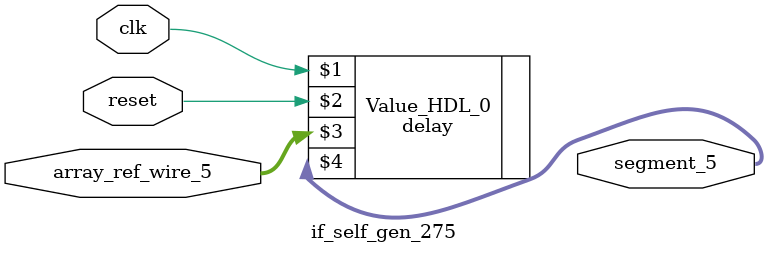
<source format=v>
module if_self_gen_275( input clk, input reset, input [31:0]array_ref_wire_5, output [31:0]segment_5); 
	wire [31:0]segment_5;
	//Proceed with segment_5 = array_ref_wire_5
	delay Value_HDL_0 ( clk, reset, array_ref_wire_5, segment_5);
endmodule
</source>
